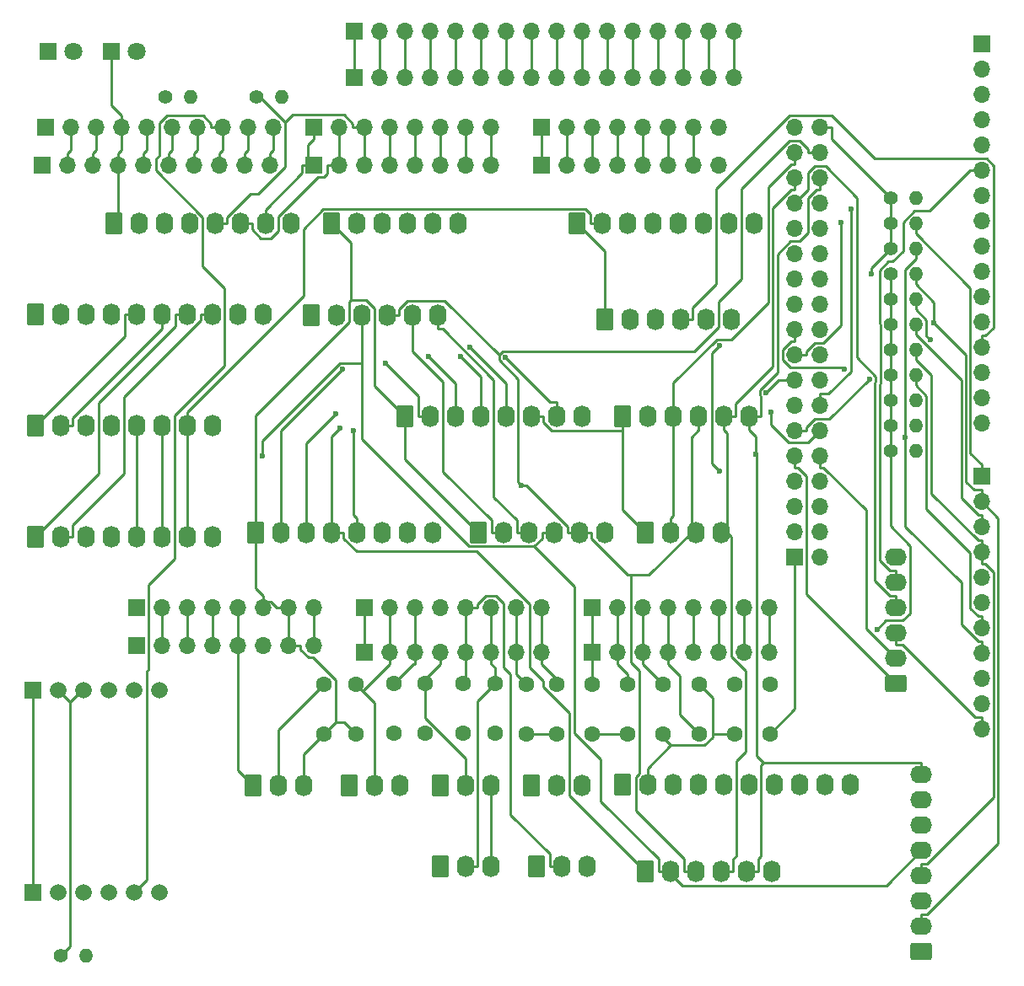
<source format=gbr>
%TF.GenerationSoftware,KiCad,Pcbnew,(6.0.7-1)-1*%
%TF.CreationDate,2023-10-30T19:47:35+10:00*%
%TF.ProjectId,Left Console Input,4c656674-2043-46f6-9e73-6f6c6520496e,rev?*%
%TF.SameCoordinates,Original*%
%TF.FileFunction,Copper,L2,Bot*%
%TF.FilePolarity,Positive*%
%FSLAX46Y46*%
G04 Gerber Fmt 4.6, Leading zero omitted, Abs format (unit mm)*
G04 Created by KiCad (PCBNEW (6.0.7-1)-1) date 2023-10-30 19:47:35*
%MOMM*%
%LPD*%
G01*
G04 APERTURE LIST*
G04 Aperture macros list*
%AMRoundRect*
0 Rectangle with rounded corners*
0 $1 Rounding radius*
0 $2 $3 $4 $5 $6 $7 $8 $9 X,Y pos of 4 corners*
0 Add a 4 corners polygon primitive as box body*
4,1,4,$2,$3,$4,$5,$6,$7,$8,$9,$2,$3,0*
0 Add four circle primitives for the rounded corners*
1,1,$1+$1,$2,$3*
1,1,$1+$1,$4,$5*
1,1,$1+$1,$6,$7*
1,1,$1+$1,$8,$9*
0 Add four rect primitives between the rounded corners*
20,1,$1+$1,$2,$3,$4,$5,0*
20,1,$1+$1,$4,$5,$6,$7,0*
20,1,$1+$1,$6,$7,$8,$9,0*
20,1,$1+$1,$8,$9,$2,$3,0*%
G04 Aperture macros list end*
%TA.AperFunction,ComponentPad*%
%ADD10RoundRect,0.250000X-0.620000X-0.845000X0.620000X-0.845000X0.620000X0.845000X-0.620000X0.845000X0*%
%TD*%
%TA.AperFunction,ComponentPad*%
%ADD11O,1.740000X2.190000*%
%TD*%
%TA.AperFunction,ComponentPad*%
%ADD12RoundRect,0.250000X0.845000X-0.620000X0.845000X0.620000X-0.845000X0.620000X-0.845000X-0.620000X0*%
%TD*%
%TA.AperFunction,ComponentPad*%
%ADD13O,2.190000X1.740000*%
%TD*%
%TA.AperFunction,ComponentPad*%
%ADD14C,1.600000*%
%TD*%
%TA.AperFunction,ComponentPad*%
%ADD15R,1.700000X1.700000*%
%TD*%
%TA.AperFunction,ComponentPad*%
%ADD16O,1.700000X1.700000*%
%TD*%
%TA.AperFunction,ComponentPad*%
%ADD17C,1.400000*%
%TD*%
%TA.AperFunction,ComponentPad*%
%ADD18O,1.400000X1.400000*%
%TD*%
%TA.AperFunction,ComponentPad*%
%ADD19R,1.800000X1.800000*%
%TD*%
%TA.AperFunction,ComponentPad*%
%ADD20C,1.800000*%
%TD*%
%TA.AperFunction,ComponentPad*%
%ADD21R,1.665000X1.665000*%
%TD*%
%TA.AperFunction,ComponentPad*%
%ADD22C,1.665000*%
%TD*%
%TA.AperFunction,ViaPad*%
%ADD23C,0.600000*%
%TD*%
%TA.AperFunction,Conductor*%
%ADD24C,0.250000*%
%TD*%
G04 APERTURE END LIST*
D10*
%TO.P,J5,1,Pin_1*%
%TO.N,+5V*%
X158420000Y-123388000D03*
D11*
%TO.P,J5,2,Pin_2*%
%TO.N,/A5*%
X160960000Y-123388000D03*
%TO.P,J5,3,Pin_3*%
%TO.N,GND*%
X163500000Y-123388000D03*
%TD*%
D10*
%TO.P,J4,1,Pin_1*%
%TO.N,+5V*%
X168072000Y-123388000D03*
D11*
%TO.P,J4,2,Pin_2*%
%TO.N,/A4*%
X170612000Y-123388000D03*
%TO.P,J4,3,Pin_3*%
%TO.N,GND*%
X173152000Y-123388000D03*
%TD*%
D10*
%TO.P,J22,1,Pin_1*%
%TO.N,GND*%
X125654000Y-58852000D03*
D11*
%TO.P,J22,2,Pin_2*%
%TO.N,/\u002A2*%
X128194000Y-58852000D03*
%TO.P,J22,3,Pin_3*%
%TO.N,/\u002A3*%
X130734000Y-58852000D03*
%TO.P,J22,4,Pin_4*%
%TO.N,/\u002A4*%
X133274000Y-58852000D03*
%TO.P,J22,5,Pin_5*%
%TO.N,/\u002A5*%
X135814000Y-58852000D03*
%TO.P,J22,6,Pin_6*%
%TO.N,/\u002A6*%
X138354000Y-58852000D03*
%TO.P,J22,7,Pin_7*%
%TO.N,/\u002A7*%
X140894000Y-58852000D03*
%TO.P,J22,8,Pin_8*%
%TO.N,unconnected-(J22-Pad8)*%
X143434000Y-58852000D03*
%TD*%
D10*
%TO.P,J21,1,Pin_1*%
%TO.N,/UHF_ENC_5_A*%
X117780000Y-90348000D03*
D11*
%TO.P,J21,2,Pin_2*%
%TO.N,/\u002A45*%
X120320000Y-90348000D03*
%TO.P,J21,3,Pin_3*%
%TO.N,/HEADING_A*%
X122860000Y-90348000D03*
%TO.P,J21,4,Pin_4*%
%TO.N,/HEADING_B*%
X125400000Y-90348000D03*
%TO.P,J21,5,Pin_5*%
%TO.N,/24*%
X127940000Y-90348000D03*
%TO.P,J21,6,Pin_6*%
%TO.N,/COURSE_B*%
X130480000Y-90348000D03*
%TO.P,J21,7,Pin_7*%
%TO.N,/26*%
X133020000Y-90348000D03*
%TO.P,J21,8,Pin_8*%
%TO.N,unconnected-(J21-Pad8)*%
X135560000Y-90348000D03*
%TD*%
D12*
%TO.P,J19,1,Pin_1*%
%TO.N,/38*%
X206680000Y-132004000D03*
D13*
%TO.P,J19,2,Pin_2*%
%TO.N,/39*%
X206680000Y-129464000D03*
%TO.P,J19,3,Pin_3*%
%TO.N,/40*%
X206680000Y-126924000D03*
%TO.P,J19,4,Pin_4*%
%TO.N,/41*%
X206680000Y-124384000D03*
%TO.P,J19,5,Pin_5*%
%TO.N,/HEADING_A*%
X206680000Y-121844000D03*
%TO.P,J19,6,Pin_6*%
%TO.N,/HEADING_B*%
X206680000Y-119304000D03*
%TO.P,J19,7,Pin_7*%
%TO.N,/24*%
X206680000Y-116764000D03*
%TO.P,J19,8,Pin_8*%
%TO.N,/COURSE_B*%
X206680000Y-114224000D03*
%TD*%
D10*
%TO.P,J18,1,Pin_1*%
%TO.N,/\u002A46*%
X176708000Y-78176000D03*
D11*
%TO.P,J18,2,Pin_2*%
%TO.N,/47*%
X179248000Y-78176000D03*
%TO.P,J18,3,Pin_3*%
%TO.N,/HEADING_A*%
X181788000Y-78176000D03*
%TO.P,J18,4,Pin_4*%
%TO.N,/HEADING_B*%
X184328000Y-78176000D03*
%TO.P,J18,5,Pin_5*%
%TO.N,/24*%
X186868000Y-78176000D03*
%TO.P,J18,6,Pin_6*%
%TO.N,/COURSE_B*%
X189408000Y-78176000D03*
%TD*%
D10*
%TO.P,J17,1,Pin_1*%
%TO.N,GND*%
X154864000Y-78176000D03*
D11*
%TO.P,J17,2,Pin_2*%
%TO.N,/42*%
X157404000Y-78176000D03*
%TO.P,J17,3,Pin_3*%
%TO.N,/43*%
X159944000Y-78176000D03*
%TO.P,J17,4,Pin_4*%
%TO.N,/UHF_ENC_5_A*%
X162484000Y-78176000D03*
%TO.P,J17,5,Pin_5*%
%TO.N,/\u002A45*%
X165024000Y-78176000D03*
%TO.P,J17,6,Pin_6*%
%TO.N,/\u002A46*%
X167564000Y-78176000D03*
%TO.P,J17,7,Pin_7*%
%TO.N,/47*%
X170104000Y-78176000D03*
%TO.P,J17,8,Pin_8*%
%TO.N,unconnected-(J17-Pad8)*%
X172644000Y-78176000D03*
%TD*%
D10*
%TO.P,J16,1,Pin_1*%
%TO.N,GND*%
X139878000Y-89860000D03*
D11*
%TO.P,J16,2,Pin_2*%
%TO.N,/UHF_ENC_1_A*%
X142418000Y-89860000D03*
%TO.P,J16,3,Pin_3*%
%TO.N,/37*%
X144958000Y-89860000D03*
%TO.P,J16,4,Pin_4*%
%TO.N,/38*%
X147498000Y-89860000D03*
%TO.P,J16,5,Pin_5*%
%TO.N,/39*%
X150038000Y-89860000D03*
%TO.P,J16,6,Pin_6*%
%TO.N,/40*%
X152578000Y-89860000D03*
%TO.P,J16,7,Pin_7*%
%TO.N,/41*%
X155118000Y-89860000D03*
%TO.P,J16,8,Pin_8*%
%TO.N,unconnected-(J16-Pad8)*%
X157658000Y-89860000D03*
%TD*%
D10*
%TO.P,J15,1,Pin_1*%
%TO.N,+5V*%
X176708000Y-115240000D03*
D11*
%TO.P,J15,2,Pin_2*%
%TO.N,GND*%
X179248000Y-115240000D03*
%TO.P,J15,3,Pin_3*%
%TO.N,/A6*%
X181788000Y-115240000D03*
%TO.P,J15,4,Pin_4*%
%TO.N,/A7*%
X184328000Y-115240000D03*
%TO.P,J15,5,Pin_5*%
%TO.N,/A8*%
X186868000Y-115240000D03*
%TO.P,J15,6,Pin_6*%
%TO.N,/A9*%
X189408000Y-115240000D03*
%TO.P,J15,7,Pin_7*%
%TO.N,/A10*%
X191948000Y-115240000D03*
%TO.P,J15,8,Pin_8*%
%TO.N,/A11*%
X194488000Y-115240000D03*
%TO.P,J15,9,Pin_9*%
%TO.N,/A12*%
X197028000Y-115240000D03*
%TO.P,J15,10,Pin_10*%
%TO.N,/A13*%
X199568000Y-115240000D03*
%TD*%
D10*
%TO.P,J13,1,Pin_1*%
%TO.N,GND*%
X172136000Y-58852000D03*
D11*
%TO.P,J13,2,Pin_2*%
%TO.N,/26*%
X174676000Y-58852000D03*
%TO.P,J13,3,Pin_3*%
%TO.N,/27*%
X177216000Y-58852000D03*
%TO.P,J13,4,Pin_4*%
%TO.N,/28*%
X179756000Y-58852000D03*
%TO.P,J13,5,Pin_5*%
%TO.N,/29*%
X182296000Y-58852000D03*
%TO.P,J13,6,Pin_6*%
%TO.N,/30*%
X184836000Y-58852000D03*
%TO.P,J13,7,Pin_7*%
%TO.N,/31*%
X187376000Y-58852000D03*
%TO.P,J13,8,Pin_8*%
%TO.N,unconnected-(J13-Pad8)*%
X189916000Y-58852000D03*
%TD*%
D10*
%TO.P,J12,1,Pin_1*%
%TO.N,+5V*%
X158420000Y-115260000D03*
D11*
%TO.P,J12,2,Pin_2*%
%TO.N,/A8*%
X160960000Y-115260000D03*
%TO.P,J12,3,Pin_3*%
%TO.N,GND*%
X163500000Y-115260000D03*
%TD*%
D10*
%TO.P,J11,1,Pin_1*%
%TO.N,/47*%
X145466000Y-68016000D03*
D11*
%TO.P,J11,2,Pin_2*%
%TO.N,/48*%
X148006000Y-68016000D03*
%TO.P,J11,3,Pin_3*%
%TO.N,/HEADING_A*%
X150546000Y-68016000D03*
%TO.P,J11,4,Pin_4*%
%TO.N,/HEADING_B*%
X153086000Y-68016000D03*
%TO.P,J11,5,Pin_5*%
%TO.N,/24*%
X155626000Y-68016000D03*
%TO.P,J11,6,Pin_6*%
%TO.N,/COURSE_B*%
X158166000Y-68016000D03*
%TD*%
D10*
%TO.P,J10,1,Pin_1*%
%TO.N,+5V*%
X167564000Y-115260000D03*
D11*
%TO.P,J10,2,Pin_2*%
%TO.N,/A2*%
X170104000Y-115260000D03*
%TO.P,J10,3,Pin_3*%
%TO.N,GND*%
X172644000Y-115260000D03*
%TD*%
%TO.P,J9,4,Pin_4*%
%TO.N,/24*%
X186614000Y-89860000D03*
%TO.P,J9,3,Pin_3*%
%TO.N,/HEADING_B*%
X184074000Y-89860000D03*
%TO.P,J9,2,Pin_2*%
%TO.N,/HEADING_A*%
X181534000Y-89860000D03*
D10*
%TO.P,J9,1,Pin_1*%
%TO.N,/\u002A46*%
X178994000Y-89860000D03*
%TD*%
%TO.P,J7,1,Pin_1*%
%TO.N,+5V*%
X149276000Y-115260000D03*
D11*
%TO.P,J7,2,Pin_2*%
%TO.N,/A1*%
X151816000Y-115260000D03*
%TO.P,J7,3,Pin_3*%
%TO.N,GND*%
X154356000Y-115260000D03*
%TD*%
D10*
%TO.P,J6,1,Pin_1*%
%TO.N,+5V*%
X139624000Y-115260000D03*
D11*
%TO.P,J6,2,Pin_2*%
%TO.N,/A0*%
X142164000Y-115260000D03*
%TO.P,J6,3,Pin_3*%
%TO.N,GND*%
X144704000Y-115260000D03*
%TD*%
D10*
%TO.P,J3,1,Pin_1*%
%TO.N,/38*%
X117780000Y-67996000D03*
D11*
%TO.P,J3,2,Pin_2*%
%TO.N,/39*%
X120320000Y-67996000D03*
%TO.P,J3,3,Pin_3*%
%TO.N,/40*%
X122860000Y-67996000D03*
%TO.P,J3,4,Pin_4*%
%TO.N,/41*%
X125400000Y-67996000D03*
%TO.P,J3,5,Pin_5*%
%TO.N,/42*%
X127940000Y-67996000D03*
%TO.P,J3,6,Pin_6*%
%TO.N,/43*%
X130480000Y-67996000D03*
%TO.P,J3,7,Pin_7*%
%TO.N,/UHF_ENC_5_A*%
X133020000Y-67996000D03*
%TO.P,J3,8,Pin_8*%
%TO.N,/\u002A45*%
X135560000Y-67996000D03*
%TO.P,J3,9,Pin_9*%
%TO.N,/27*%
X138100000Y-67996000D03*
%TO.P,J3,10,Pin_10*%
%TO.N,/28*%
X140640000Y-67996000D03*
%TD*%
D12*
%TO.P,J2,1,Pin_1*%
%TO.N,/\u002A46*%
X204140000Y-105080000D03*
D13*
%TO.P,J2,2,Pin_2*%
%TO.N,/47*%
X204140000Y-102540000D03*
%TO.P,J2,3,Pin_3*%
%TO.N,/48*%
X204140000Y-100000000D03*
%TO.P,J2,4,Pin_4*%
%TO.N,/26*%
X204140000Y-97460000D03*
%TO.P,J2,5,Pin_5*%
%TO.N,/27*%
X204140000Y-94920000D03*
%TO.P,J2,6,Pin_6*%
%TO.N,unconnected-(J2-Pad6)*%
X204140000Y-92380000D03*
%TD*%
D10*
%TO.P,J1,1,Pin_1*%
%TO.N,/42*%
X117780000Y-79172000D03*
D11*
%TO.P,J1,2,Pin_2*%
%TO.N,/43*%
X120320000Y-79172000D03*
%TO.P,J1,3,Pin_3*%
%TO.N,/HEADING_A*%
X122860000Y-79172000D03*
%TO.P,J1,4,Pin_4*%
%TO.N,/HEADING_B*%
X125400000Y-79172000D03*
%TO.P,J1,5,Pin_5*%
%TO.N,/24*%
X127940000Y-79172000D03*
%TO.P,J1,6,Pin_6*%
%TO.N,/COURSE_B*%
X130480000Y-79172000D03*
%TO.P,J1,7,Pin_7*%
%TO.N,/26*%
X133020000Y-79172000D03*
%TO.P,J1,8,Pin_8*%
%TO.N,unconnected-(J1-Pad8)*%
X135560000Y-79172000D03*
%TD*%
D10*
%TO.P,J23,1,Pin_1*%
%TO.N,GND*%
X147498000Y-58852000D03*
D11*
%TO.P,J23,2,Pin_2*%
%TO.N,/TX3{slash}14*%
X150038000Y-58852000D03*
%TO.P,J23,3,Pin_3*%
%TO.N,/RX3{slash}15*%
X152578000Y-58852000D03*
%TO.P,J23,4,Pin_4*%
%TO.N,/TX2{slash}16*%
X155118000Y-58852000D03*
%TO.P,J23,5,Pin_5*%
%TO.N,/RX2{slash}17*%
X157658000Y-58852000D03*
%TO.P,J23,6,Pin_6*%
%TO.N,unconnected-(J23-Pad6)*%
X160198000Y-58852000D03*
%TD*%
D10*
%TO.P,J20,1,Pin_1*%
%TO.N,/38*%
X178994000Y-123896000D03*
D11*
%TO.P,J20,2,Pin_2*%
%TO.N,/HEADING_A*%
X181534000Y-123896000D03*
%TO.P,J20,3,Pin_3*%
%TO.N,/HEADING_B*%
X184074000Y-123896000D03*
%TO.P,J20,4,Pin_4*%
%TO.N,/24*%
X186614000Y-123896000D03*
%TO.P,J20,5,Pin_5*%
%TO.N,/COURSE_B*%
X189154000Y-123896000D03*
%TO.P,J20,6,Pin_6*%
%TO.N,unconnected-(J20-Pad6)*%
X191694000Y-123896000D03*
%TD*%
D10*
%TO.P,J14,1,Pin_1*%
%TO.N,GND*%
X174930000Y-68504000D03*
D11*
%TO.P,J14,2,Pin_2*%
%TO.N,/32*%
X177470000Y-68504000D03*
%TO.P,J14,3,Pin_3*%
%TO.N,/33*%
X180010000Y-68504000D03*
%TO.P,J14,4,Pin_4*%
%TO.N,/34*%
X182550000Y-68504000D03*
%TO.P,J14,5,Pin_5*%
%TO.N,/35*%
X185090000Y-68504000D03*
%TO.P,J14,6,Pin_6*%
%TO.N,unconnected-(J14-Pad6)*%
X187630000Y-68504000D03*
%TD*%
D10*
%TO.P,J8,1,Pin_1*%
%TO.N,GND*%
X162230000Y-89860000D03*
D11*
%TO.P,J8,2,Pin_2*%
%TO.N,/24*%
X164770000Y-89860000D03*
%TO.P,J8,3,Pin_3*%
%TO.N,/COURSE_B*%
X167310000Y-89860000D03*
%TO.P,J8,4,Pin_4*%
%TO.N,/HEADING_A*%
X169850000Y-89860000D03*
%TO.P,J8,5,Pin_5*%
%TO.N,/HEADING_B*%
X172390000Y-89860000D03*
%TO.P,J8,6,Pin_6*%
%TO.N,unconnected-(J8-Pad6)*%
X174930000Y-89860000D03*
%TD*%
D14*
%TO.P,C13,1*%
%TO.N,/A8*%
X173660000Y-105120000D03*
%TO.P,C13,2*%
%TO.N,GND*%
X173660000Y-110120000D03*
%TD*%
%TO.P,C11,1*%
%TO.N,/A9*%
X177216000Y-105120000D03*
%TO.P,C11,2*%
%TO.N,GND*%
X177216000Y-110120000D03*
%TD*%
%TO.P,C9,1*%
%TO.N,/A10*%
X180772000Y-105120000D03*
%TO.P,C9,2*%
%TO.N,GND*%
X180772000Y-110120000D03*
%TD*%
%TO.P,C7,1*%
%TO.N,/A11*%
X184368000Y-110120000D03*
%TO.P,C7,2*%
%TO.N,GND*%
X184368000Y-105120000D03*
%TD*%
%TO.P,C5,1*%
%TO.N,/A12*%
X187924000Y-105120000D03*
%TO.P,C5,2*%
%TO.N,GND*%
X187924000Y-110120000D03*
%TD*%
%TO.P,C3,1*%
%TO.N,/A13*%
X191480000Y-105120000D03*
%TO.P,C3,2*%
%TO.N,GND*%
X191480000Y-110120000D03*
%TD*%
%TO.P,C2,1*%
%TO.N,/A6*%
X167056000Y-105120000D03*
%TO.P,C2,2*%
%TO.N,GND*%
X167056000Y-110120000D03*
%TD*%
%TO.P,C1,1*%
%TO.N,/A7*%
X170104000Y-105120000D03*
%TO.P,C1,2*%
%TO.N,GND*%
X170104000Y-110120000D03*
%TD*%
D15*
%TO.P,J37,1,Pin_1*%
%TO.N,GND*%
X193980000Y-92380000D03*
D16*
%TO.P,J37,2,Pin_2*%
X196520000Y-92380000D03*
%TO.P,J37,3,Pin_3*%
%TO.N,SCLK*%
X193980000Y-89840000D03*
%TO.P,J37,4,Pin_4*%
%TO.N,ES1_RST*%
X196520000Y-89840000D03*
%TO.P,J37,5,Pin_5*%
%TO.N,MISO*%
X193980000Y-87300000D03*
%TO.P,J37,6,Pin_6*%
%TO.N,MOSI*%
X196520000Y-87300000D03*
%TO.P,J37,7,Pin_7*%
%TO.N,/48*%
X193980000Y-84760000D03*
%TO.P,J37,8,Pin_8*%
%TO.N,/49*%
X196520000Y-84760000D03*
%TO.P,J37,9,Pin_9*%
%TO.N,/\u002A46*%
X193980000Y-82220000D03*
%TO.P,J37,10,Pin_10*%
%TO.N,/47*%
X196520000Y-82220000D03*
%TO.P,J37,11,Pin_11*%
%TO.N,/UHF_ENC_5_A*%
X193980000Y-79680000D03*
%TO.P,J37,12,Pin_12*%
%TO.N,/\u002A45*%
X196520000Y-79680000D03*
%TO.P,J37,13,Pin_13*%
%TO.N,/42*%
X193980000Y-77140000D03*
%TO.P,J37,14,Pin_14*%
%TO.N,/43*%
X196520000Y-77140000D03*
%TO.P,J37,15,Pin_15*%
%TO.N,/40*%
X193980000Y-74600000D03*
%TO.P,J37,16,Pin_16*%
%TO.N,/41*%
X196520000Y-74600000D03*
%TO.P,J37,17,Pin_17*%
%TO.N,/38*%
X193980000Y-72060000D03*
%TO.P,J37,18,Pin_18*%
%TO.N,/39*%
X196520000Y-72060000D03*
%TO.P,J37,19,Pin_19*%
%TO.N,/UHF_ENC_1_A*%
X193980000Y-69520000D03*
%TO.P,J37,20,Pin_20*%
%TO.N,/37*%
X196520000Y-69520000D03*
%TO.P,J37,21,Pin_21*%
%TO.N,/34*%
X193980000Y-66980000D03*
%TO.P,J37,22,Pin_22*%
%TO.N,/35*%
X196520000Y-66980000D03*
%TO.P,J37,23,Pin_23*%
%TO.N,/32*%
X193980000Y-64440000D03*
%TO.P,J37,24,Pin_24*%
%TO.N,/33*%
X196520000Y-64440000D03*
%TO.P,J37,25,Pin_25*%
%TO.N,/30*%
X193980000Y-61900000D03*
%TO.P,J37,26,Pin_26*%
%TO.N,/31*%
X196520000Y-61900000D03*
%TO.P,J37,27,Pin_27*%
%TO.N,/28*%
X193980000Y-59360000D03*
%TO.P,J37,28,Pin_28*%
%TO.N,/29*%
X196520000Y-59360000D03*
%TO.P,J37,29,Pin_29*%
%TO.N,/26*%
X193980000Y-56820000D03*
%TO.P,J37,30,Pin_30*%
%TO.N,/27*%
X196520000Y-56820000D03*
%TO.P,J37,31,Pin_31*%
%TO.N,/24*%
X193980000Y-54280000D03*
%TO.P,J37,32,Pin_32*%
%TO.N,/COURSE_B*%
X196520000Y-54280000D03*
%TO.P,J37,33,Pin_33*%
%TO.N,/HEADING_A*%
X193980000Y-51740000D03*
%TO.P,J37,34,Pin_34*%
%TO.N,/HEADING_B*%
X196520000Y-51740000D03*
%TO.P,J37,35,Pin_35*%
%TO.N,+5V*%
X193980000Y-49200000D03*
%TO.P,J37,36,Pin_36*%
X196520000Y-49200000D03*
%TD*%
D15*
%TO.P,J34,1,Pin_1*%
%TO.N,unconnected-(J34-Pad1)*%
X127940000Y-97460000D03*
D16*
%TO.P,J34,2,Pin_2*%
%TO.N,/IOREF*%
X130480000Y-97460000D03*
%TO.P,J34,3,Pin_3*%
%TO.N,/~{RESET}*%
X133020000Y-97460000D03*
%TO.P,J34,4,Pin_4*%
%TO.N,+3V3*%
X135560000Y-97460000D03*
%TO.P,J34,5,Pin_5*%
%TO.N,+5V*%
X138100000Y-97460000D03*
%TO.P,J34,6,Pin_6*%
%TO.N,GND*%
X140640000Y-97460000D03*
%TO.P,J34,7,Pin_7*%
X143180000Y-97460000D03*
%TO.P,J34,8,Pin_8*%
%TO.N,VCC*%
X145720000Y-97460000D03*
%TD*%
D15*
%TO.P,J35,1,Pin_1*%
%TO.N,/A0*%
X150800000Y-97460000D03*
D16*
%TO.P,J35,2,Pin_2*%
%TO.N,/A1*%
X153340000Y-97460000D03*
%TO.P,J35,3,Pin_3*%
%TO.N,/A2*%
X155880000Y-97460000D03*
%TO.P,J35,4,Pin_4*%
%TO.N,/A8*%
X158420000Y-97460000D03*
%TO.P,J35,5,Pin_5*%
%TO.N,/A4*%
X160960000Y-97460000D03*
%TO.P,J35,6,Pin_6*%
%TO.N,/A5*%
X163500000Y-97460000D03*
%TO.P,J35,7,Pin_7*%
%TO.N,/A6*%
X166040000Y-97460000D03*
%TO.P,J35,8,Pin_8*%
%TO.N,/A7*%
X168580000Y-97460000D03*
%TD*%
D15*
%TO.P,J36,1,Pin_1*%
%TO.N,/A8*%
X173660000Y-97460000D03*
D16*
%TO.P,J36,2,Pin_2*%
%TO.N,/A9*%
X176200000Y-97460000D03*
%TO.P,J36,3,Pin_3*%
%TO.N,/A10*%
X178740000Y-97460000D03*
%TO.P,J36,4,Pin_4*%
%TO.N,/A11*%
X181280000Y-97460000D03*
%TO.P,J36,5,Pin_5*%
%TO.N,/A12*%
X183820000Y-97460000D03*
%TO.P,J36,6,Pin_6*%
%TO.N,/A13*%
X186360000Y-97460000D03*
%TO.P,J36,7,Pin_7*%
%TO.N,/A14*%
X188900000Y-97460000D03*
%TO.P,J36,8,Pin_8*%
%TO.N,/A15*%
X191440000Y-97460000D03*
%TD*%
D15*
%TO.P,J38,1,Pin_1*%
%TO.N,/SCL{slash}21*%
X118796000Y-49200000D03*
D16*
%TO.P,J38,2,Pin_2*%
%TO.N,/SDA{slash}20*%
X121336000Y-49200000D03*
%TO.P,J38,3,Pin_3*%
%TO.N,/AREF*%
X123876000Y-49200000D03*
%TO.P,J38,4,Pin_4*%
%TO.N,GND*%
X126416000Y-49200000D03*
%TO.P,J38,5,Pin_5*%
%TO.N,/\u002A13*%
X128956000Y-49200000D03*
%TO.P,J38,6,Pin_6*%
%TO.N,/\u002A12*%
X131496000Y-49200000D03*
%TO.P,J38,7,Pin_7*%
%TO.N,/\u002A11*%
X134036000Y-49200000D03*
%TO.P,J38,8,Pin_8*%
%TO.N,SS*%
X136576000Y-49200000D03*
%TO.P,J38,9,Pin_9*%
%TO.N,/\u002A9*%
X139116000Y-49200000D03*
%TO.P,J38,10,Pin_10*%
%TO.N,/\u002A8*%
X141656000Y-49200000D03*
%TD*%
D15*
%TO.P,J39,1,Pin_1*%
%TO.N,/\u002A7*%
X145720000Y-49200000D03*
D16*
%TO.P,J39,2,Pin_2*%
%TO.N,/\u002A6*%
X148260000Y-49200000D03*
%TO.P,J39,3,Pin_3*%
%TO.N,/\u002A5*%
X150800000Y-49200000D03*
%TO.P,J39,4,Pin_4*%
%TO.N,/\u002A4*%
X153340000Y-49200000D03*
%TO.P,J39,5,Pin_5*%
%TO.N,/\u002A3*%
X155880000Y-49200000D03*
%TO.P,J39,6,Pin_6*%
%TO.N,/\u002A2*%
X158420000Y-49200000D03*
%TO.P,J39,7,Pin_7*%
%TO.N,/TX0{slash}1*%
X160960000Y-49200000D03*
%TO.P,J39,8,Pin_8*%
%TO.N,/RX0{slash}0*%
X163500000Y-49200000D03*
%TD*%
D15*
%TO.P,J40,1,Pin_1*%
%TO.N,/TX3{slash}14*%
X168580000Y-49200000D03*
D16*
%TO.P,J40,2,Pin_2*%
%TO.N,/RX3{slash}15*%
X171120000Y-49200000D03*
%TO.P,J40,3,Pin_3*%
%TO.N,/TX2{slash}16*%
X173660000Y-49200000D03*
%TO.P,J40,4,Pin_4*%
%TO.N,/RX2{slash}17*%
X176200000Y-49200000D03*
%TO.P,J40,5,Pin_5*%
%TO.N,/TX1{slash}18*%
X178740000Y-49200000D03*
%TO.P,J40,6,Pin_6*%
%TO.N,/RX1{slash}19*%
X181280000Y-49200000D03*
%TO.P,J40,7,Pin_7*%
%TO.N,/SDA{slash}20*%
X183820000Y-49200000D03*
%TO.P,J40,8,Pin_8*%
%TO.N,/SCL{slash}21*%
X186360000Y-49200000D03*
%TD*%
D17*
%TO.P,R5,1*%
%TO.N,+5V*%
X203632000Y-69012000D03*
D18*
%TO.P,R5,2*%
%TO.N,/40*%
X206172000Y-69012000D03*
%TD*%
D17*
%TO.P,R2,1*%
%TO.N,/\u002A6*%
X130784000Y-46152000D03*
D18*
%TO.P,R2,2*%
%TO.N,Net-(D2-Pad2)*%
X133324000Y-46152000D03*
%TD*%
D14*
%TO.P,C14,1*%
%TO.N,/A0*%
X146736000Y-105120000D03*
%TO.P,C14,2*%
%TO.N,GND*%
X146736000Y-110120000D03*
%TD*%
D17*
%TO.P,R7,1*%
%TO.N,+5V*%
X203632000Y-66472000D03*
D18*
%TO.P,R7,2*%
%TO.N,/42*%
X206172000Y-66472000D03*
%TD*%
D17*
%TO.P,R14,1*%
%TO.N,+3V3*%
X120325000Y-132385000D03*
D18*
%TO.P,R14,2*%
%TO.N,Net-(R14-Pad2)*%
X122865000Y-132385000D03*
%TD*%
D15*
%TO.P,J32,1,Pin_1*%
%TO.N,Net-(J31-Pad1)*%
X149784000Y-44198000D03*
D16*
%TO.P,J32,2,Pin_2*%
%TO.N,Net-(J31-Pad2)*%
X152324000Y-44198000D03*
%TO.P,J32,3,Pin_3*%
%TO.N,Net-(J31-Pad3)*%
X154864000Y-44198000D03*
%TO.P,J32,4,Pin_4*%
%TO.N,Net-(J31-Pad4)*%
X157404000Y-44198000D03*
%TO.P,J32,5,Pin_5*%
%TO.N,Net-(J31-Pad5)*%
X159944000Y-44198000D03*
%TO.P,J32,6,Pin_6*%
%TO.N,Net-(J31-Pad6)*%
X162484000Y-44198000D03*
%TO.P,J32,7,Pin_7*%
%TO.N,Net-(J31-Pad7)*%
X165024000Y-44198000D03*
%TO.P,J32,8,Pin_8*%
%TO.N,Net-(J31-Pad8)*%
X167564000Y-44198000D03*
%TO.P,J32,9,Pin_9*%
%TO.N,Net-(J31-Pad9)*%
X170104000Y-44198000D03*
%TO.P,J32,10,Pin_10*%
%TO.N,Net-(J31-Pad10)*%
X172644000Y-44198000D03*
%TO.P,J32,11,Pin_11*%
%TO.N,Net-(J31-Pad11)*%
X175184000Y-44198000D03*
%TO.P,J32,12,Pin_12*%
%TO.N,Net-(J31-Pad12)*%
X177724000Y-44198000D03*
%TO.P,J32,13,Pin_13*%
%TO.N,Net-(J31-Pad13)*%
X180264000Y-44198000D03*
%TO.P,J32,14,Pin_14*%
%TO.N,Net-(J31-Pad14)*%
X182804000Y-44198000D03*
%TO.P,J32,15,Pin_15*%
%TO.N,Net-(J31-Pad15)*%
X185344000Y-44198000D03*
%TO.P,J32,16,Pin_16*%
%TO.N,Net-(J31-Pad16)*%
X187884000Y-44198000D03*
%TD*%
D15*
%TO.P,J30,1,Pin_1*%
%TO.N,/A8*%
X173660000Y-101905000D03*
D16*
%TO.P,J30,2,Pin_2*%
%TO.N,/A9*%
X176200000Y-101905000D03*
%TO.P,J30,3,Pin_3*%
%TO.N,/A10*%
X178740000Y-101905000D03*
%TO.P,J30,4,Pin_4*%
%TO.N,/A11*%
X181280000Y-101905000D03*
%TO.P,J30,5,Pin_5*%
%TO.N,/A12*%
X183820000Y-101905000D03*
%TO.P,J30,6,Pin_6*%
%TO.N,/A13*%
X186360000Y-101905000D03*
%TO.P,J30,7,Pin_7*%
%TO.N,/A14*%
X188900000Y-101905000D03*
%TO.P,J30,8,Pin_8*%
%TO.N,/A15*%
X191440000Y-101905000D03*
%TD*%
D15*
%TO.P,J24,1,Pin_1*%
%TO.N,/HEADING_A*%
X212776000Y-40818000D03*
D16*
%TO.P,J24,2,Pin_2*%
%TO.N,/HEADING_B*%
X212776000Y-43358000D03*
%TO.P,J24,3,Pin_3*%
%TO.N,/24*%
X212776000Y-45898000D03*
%TO.P,J24,4,Pin_4*%
%TO.N,/COURSE_B*%
X212776000Y-48438000D03*
%TO.P,J24,5,Pin_5*%
%TO.N,/26*%
X212776000Y-50978000D03*
%TO.P,J24,6,Pin_6*%
%TO.N,/27*%
X212776000Y-53518000D03*
%TO.P,J24,7,Pin_7*%
%TO.N,/28*%
X212776000Y-56058000D03*
%TO.P,J24,8,Pin_8*%
%TO.N,/29*%
X212776000Y-58598000D03*
%TO.P,J24,9,Pin_9*%
%TO.N,/30*%
X212776000Y-61138000D03*
%TO.P,J24,10,Pin_10*%
%TO.N,/31*%
X212776000Y-63678000D03*
%TO.P,J24,11,Pin_11*%
%TO.N,/32*%
X212776000Y-66218000D03*
%TO.P,J24,12,Pin_12*%
%TO.N,/33*%
X212776000Y-68758000D03*
%TO.P,J24,13,Pin_13*%
%TO.N,/34*%
X212776000Y-71298000D03*
%TO.P,J24,14,Pin_14*%
%TO.N,/35*%
X212776000Y-73838000D03*
%TO.P,J24,15,Pin_15*%
%TO.N,/UHF_ENC_1_A*%
X212776000Y-76378000D03*
%TO.P,J24,16,Pin_16*%
%TO.N,/37*%
X212776000Y-78918000D03*
%TD*%
D14*
%TO.P,C6,1*%
%TO.N,/A4*%
X160706000Y-105080000D03*
%TO.P,C6,2*%
%TO.N,GND*%
X160706000Y-110080000D03*
%TD*%
%TO.P,C8,1*%
%TO.N,/A8*%
X156896000Y-105080000D03*
%TO.P,C8,2*%
%TO.N,GND*%
X156896000Y-110080000D03*
%TD*%
D17*
%TO.P,R10,1*%
%TO.N,+5V*%
X203582000Y-61392000D03*
D18*
%TO.P,R10,2*%
%TO.N,/\u002A45*%
X206122000Y-61392000D03*
%TD*%
D15*
%TO.P,J33,1,Pin_1*%
%TO.N,unconnected-(J33-Pad1)*%
X127940000Y-101270000D03*
D16*
%TO.P,J33,2,Pin_2*%
%TO.N,/IOREF*%
X130480000Y-101270000D03*
%TO.P,J33,3,Pin_3*%
%TO.N,/~{RESET}*%
X133020000Y-101270000D03*
%TO.P,J33,4,Pin_4*%
%TO.N,+3V3*%
X135560000Y-101270000D03*
%TO.P,J33,5,Pin_5*%
%TO.N,+5V*%
X138100000Y-101270000D03*
%TO.P,J33,6,Pin_6*%
%TO.N,GND*%
X140640000Y-101270000D03*
%TO.P,J33,7,Pin_7*%
X143180000Y-101270000D03*
%TO.P,J33,8,Pin_8*%
%TO.N,VCC*%
X145720000Y-101270000D03*
%TD*%
D17*
%TO.P,R8,1*%
%TO.N,+5V*%
X203632000Y-56312000D03*
D18*
%TO.P,R8,2*%
%TO.N,/43*%
X206172000Y-56312000D03*
%TD*%
D17*
%TO.P,R11,1*%
%TO.N,+5V*%
X203582000Y-81712000D03*
D18*
%TO.P,R11,2*%
%TO.N,/\u002A46*%
X206122000Y-81712000D03*
%TD*%
D14*
%TO.P,C12,1*%
%TO.N,/A1*%
X149911000Y-105120000D03*
%TO.P,C12,2*%
%TO.N,GND*%
X149911000Y-110120000D03*
%TD*%
D17*
%TO.P,R3,1*%
%TO.N,+5V*%
X203632000Y-58852000D03*
D18*
%TO.P,R3,2*%
%TO.N,/38*%
X206172000Y-58852000D03*
%TD*%
D15*
%TO.P,J28,1,Pin_1*%
%TO.N,/TX3{slash}14*%
X168580000Y-53010000D03*
D16*
%TO.P,J28,2,Pin_2*%
%TO.N,/RX3{slash}15*%
X171120000Y-53010000D03*
%TO.P,J28,3,Pin_3*%
%TO.N,/TX2{slash}16*%
X173660000Y-53010000D03*
%TO.P,J28,4,Pin_4*%
%TO.N,/RX2{slash}17*%
X176200000Y-53010000D03*
%TO.P,J28,5,Pin_5*%
%TO.N,/TX1{slash}18*%
X178740000Y-53010000D03*
%TO.P,J28,6,Pin_6*%
%TO.N,/RX1{slash}19*%
X181280000Y-53010000D03*
%TO.P,J28,7,Pin_7*%
%TO.N,/SDA{slash}20*%
X183820000Y-53010000D03*
%TO.P,J28,8,Pin_8*%
%TO.N,/SCL{slash}21*%
X186360000Y-53010000D03*
%TD*%
D14*
%TO.P,C4,1*%
%TO.N,/A5*%
X163881000Y-105080000D03*
%TO.P,C4,2*%
%TO.N,GND*%
X163881000Y-110080000D03*
%TD*%
D17*
%TO.P,R4,1*%
%TO.N,+5V*%
X203582000Y-63932000D03*
D18*
%TO.P,R4,2*%
%TO.N,/39*%
X206122000Y-63932000D03*
%TD*%
D15*
%TO.P,J27,1,Pin_1*%
%TO.N,/\u002A7*%
X145720000Y-53010000D03*
D16*
%TO.P,J27,2,Pin_2*%
%TO.N,/\u002A6*%
X148260000Y-53010000D03*
%TO.P,J27,3,Pin_3*%
%TO.N,/\u002A5*%
X150800000Y-53010000D03*
%TO.P,J27,4,Pin_4*%
%TO.N,/\u002A4*%
X153340000Y-53010000D03*
%TO.P,J27,5,Pin_5*%
%TO.N,/\u002A3*%
X155880000Y-53010000D03*
%TO.P,J27,6,Pin_6*%
%TO.N,/\u002A2*%
X158420000Y-53010000D03*
%TO.P,J27,7,Pin_7*%
%TO.N,/TX0{slash}1*%
X160960000Y-53010000D03*
%TO.P,J27,8,Pin_8*%
%TO.N,/RX0{slash}0*%
X163500000Y-53010000D03*
%TD*%
D15*
%TO.P,J29,1,Pin_1*%
%TO.N,/A0*%
X150800000Y-101905000D03*
D16*
%TO.P,J29,2,Pin_2*%
%TO.N,/A1*%
X153340000Y-101905000D03*
%TO.P,J29,3,Pin_3*%
%TO.N,/A2*%
X155880000Y-101905000D03*
%TO.P,J29,4,Pin_4*%
%TO.N,/A8*%
X158420000Y-101905000D03*
%TO.P,J29,5,Pin_5*%
%TO.N,/A4*%
X160960000Y-101905000D03*
%TO.P,J29,6,Pin_6*%
%TO.N,/A5*%
X163500000Y-101905000D03*
%TO.P,J29,7,Pin_7*%
%TO.N,/A6*%
X166040000Y-101905000D03*
%TO.P,J29,8,Pin_8*%
%TO.N,/A7*%
X168580000Y-101905000D03*
%TD*%
D17*
%TO.P,R9,1*%
%TO.N,+5V*%
X203632000Y-74092000D03*
D18*
%TO.P,R9,2*%
%TO.N,/UHF_ENC_5_A*%
X206172000Y-74092000D03*
%TD*%
D17*
%TO.P,R6,1*%
%TO.N,+5V*%
X203632000Y-71552000D03*
D18*
%TO.P,R6,2*%
%TO.N,/41*%
X206172000Y-71552000D03*
%TD*%
D19*
%TO.P,D1,1,K*%
%TO.N,GND*%
X125395000Y-41580000D03*
D20*
%TO.P,D1,2,A*%
%TO.N,Net-(D1-Pad2)*%
X127935000Y-41580000D03*
%TD*%
D17*
%TO.P,R12,1*%
%TO.N,+5V*%
X203632000Y-79172000D03*
D18*
%TO.P,R12,2*%
%TO.N,/47*%
X206172000Y-79172000D03*
%TD*%
D17*
%TO.P,R1,1*%
%TO.N,/\u002A5*%
X139928000Y-46152000D03*
D18*
%TO.P,R1,2*%
%TO.N,Net-(D1-Pad2)*%
X142468000Y-46152000D03*
%TD*%
D15*
%TO.P,J25,1,Pin_1*%
%TO.N,/38*%
X212776000Y-84252000D03*
D16*
%TO.P,J25,2,Pin_2*%
%TO.N,/39*%
X212776000Y-86792000D03*
%TO.P,J25,3,Pin_3*%
%TO.N,/40*%
X212776000Y-89332000D03*
%TO.P,J25,4,Pin_4*%
%TO.N,/41*%
X212776000Y-91872000D03*
%TO.P,J25,5,Pin_5*%
%TO.N,/42*%
X212776000Y-94412000D03*
%TO.P,J25,6,Pin_6*%
%TO.N,/43*%
X212776000Y-96952000D03*
%TO.P,J25,7,Pin_7*%
%TO.N,/UHF_ENC_5_A*%
X212776000Y-99492000D03*
%TO.P,J25,8,Pin_8*%
%TO.N,/\u002A45*%
X212776000Y-102032000D03*
%TO.P,J25,9,Pin_9*%
%TO.N,/\u002A46*%
X212776000Y-104572000D03*
%TO.P,J25,10,Pin_10*%
%TO.N,/47*%
X212776000Y-107112000D03*
%TO.P,J25,11,Pin_11*%
%TO.N,/48*%
X212776000Y-109652000D03*
%TD*%
D21*
%TO.P,U1,A1,GND_1*%
%TO.N,GND*%
X117495000Y-126035000D03*
D22*
%TO.P,U1,A2,GND_2*%
X120035000Y-126035000D03*
%TO.P,U1,A3,MOSI*%
%TO.N,MOSI*%
X122575000Y-126035000D03*
%TO.P,U1,A4,SCLK*%
%TO.N,SCLK*%
X125115000Y-126035000D03*
%TO.P,U1,A5,CS*%
%TO.N,SS*%
X127655000Y-126035000D03*
%TO.P,U1,A6,INT*%
%TO.N,Net-(R14-Pad2)*%
X130195000Y-126035000D03*
D21*
%TO.P,U1,B1,GND_3*%
%TO.N,GND*%
X117495000Y-105715000D03*
D22*
%TO.P,U1,B2,3V3_1*%
%TO.N,+3V3*%
X120035000Y-105715000D03*
%TO.P,U1,B3,3V3_2*%
X122575000Y-105715000D03*
%TO.P,U1,B4,NC*%
%TO.N,unconnected-(U1-PadB4)*%
X125115000Y-105715000D03*
%TO.P,U1,B5,RST*%
%TO.N,ES1_RST*%
X127655000Y-105715000D03*
%TO.P,U1,B6,MISO*%
%TO.N,MISO*%
X130195000Y-105715000D03*
%TD*%
D15*
%TO.P,J26,1,Pin_1*%
%TO.N,/SCL{slash}21*%
X118415000Y-53010000D03*
D16*
%TO.P,J26,2,Pin_2*%
%TO.N,/SDA{slash}20*%
X120955000Y-53010000D03*
%TO.P,J26,3,Pin_3*%
%TO.N,/AREF*%
X123495000Y-53010000D03*
%TO.P,J26,4,Pin_4*%
%TO.N,GND*%
X126035000Y-53010000D03*
%TO.P,J26,5,Pin_5*%
%TO.N,/\u002A13*%
X128575000Y-53010000D03*
%TO.P,J26,6,Pin_6*%
%TO.N,/\u002A12*%
X131115000Y-53010000D03*
%TO.P,J26,7,Pin_7*%
%TO.N,/\u002A11*%
X133655000Y-53010000D03*
%TO.P,J26,8,Pin_8*%
%TO.N,SS*%
X136195000Y-53010000D03*
%TO.P,J26,9,Pin_9*%
%TO.N,/\u002A9*%
X138735000Y-53010000D03*
%TO.P,J26,10,Pin_10*%
%TO.N,/\u002A8*%
X141275000Y-53010000D03*
%TD*%
D14*
%TO.P,C10,1*%
%TO.N,/A2*%
X153721000Y-105080000D03*
%TO.P,C10,2*%
%TO.N,GND*%
X153721000Y-110080000D03*
%TD*%
D15*
%TO.P,J31,1,Pin_1*%
%TO.N,Net-(J31-Pad1)*%
X149784000Y-39548000D03*
D16*
%TO.P,J31,2,Pin_2*%
%TO.N,Net-(J31-Pad2)*%
X152324000Y-39548000D03*
%TO.P,J31,3,Pin_3*%
%TO.N,Net-(J31-Pad3)*%
X154864000Y-39548000D03*
%TO.P,J31,4,Pin_4*%
%TO.N,Net-(J31-Pad4)*%
X157404000Y-39548000D03*
%TO.P,J31,5,Pin_5*%
%TO.N,Net-(J31-Pad5)*%
X159944000Y-39548000D03*
%TO.P,J31,6,Pin_6*%
%TO.N,Net-(J31-Pad6)*%
X162484000Y-39548000D03*
%TO.P,J31,7,Pin_7*%
%TO.N,Net-(J31-Pad7)*%
X165024000Y-39548000D03*
%TO.P,J31,8,Pin_8*%
%TO.N,Net-(J31-Pad8)*%
X167564000Y-39548000D03*
%TO.P,J31,9,Pin_9*%
%TO.N,Net-(J31-Pad9)*%
X170104000Y-39548000D03*
%TO.P,J31,10,Pin_10*%
%TO.N,Net-(J31-Pad10)*%
X172644000Y-39548000D03*
%TO.P,J31,11,Pin_11*%
%TO.N,Net-(J31-Pad11)*%
X175184000Y-39548000D03*
%TO.P,J31,12,Pin_12*%
%TO.N,Net-(J31-Pad12)*%
X177724000Y-39548000D03*
%TO.P,J31,13,Pin_13*%
%TO.N,Net-(J31-Pad13)*%
X180264000Y-39548000D03*
%TO.P,J31,14,Pin_14*%
%TO.N,Net-(J31-Pad14)*%
X182804000Y-39548000D03*
%TO.P,J31,15,Pin_15*%
%TO.N,Net-(J31-Pad15)*%
X185344000Y-39548000D03*
%TO.P,J31,16,Pin_16*%
%TO.N,Net-(J31-Pad16)*%
X187884000Y-39548000D03*
%TD*%
D19*
%TO.P,D2,1,K*%
%TO.N,GND*%
X119045000Y-41580000D03*
D20*
%TO.P,D2,2,A*%
%TO.N,Net-(D2-Pad2)*%
X121585000Y-41580000D03*
%TD*%
D17*
%TO.P,R13,1*%
%TO.N,+5V*%
X203582000Y-76632000D03*
D18*
%TO.P,R13,2*%
%TO.N,/48*%
X206122000Y-76632000D03*
%TD*%
D23*
%TO.N,/UHF_ENC_5_A*%
X160458600Y-72175600D03*
X201498700Y-74457800D03*
%TO.N,/UHF_ENC_1_A*%
X148602700Y-73502000D03*
X198989100Y-73446700D03*
%TO.N,+5V*%
X201677600Y-63932000D03*
X202240600Y-99622700D03*
%TO.N,/HEADING_B*%
X166551400Y-85116100D03*
%TO.N,/HEADING_A*%
X140507800Y-82164000D03*
%TO.N,/37*%
X147898700Y-77993000D03*
%TO.N,/COURSE_B*%
X190061600Y-82045200D03*
%TO.N,/39*%
X207929800Y-68838300D03*
X149711700Y-79623700D03*
%TO.N,/38*%
X198650000Y-58696000D03*
X148349500Y-79424300D03*
%TO.N,/40*%
X191121300Y-75813500D03*
%TO.N,/43*%
X199614400Y-57366600D03*
X157246300Y-72201300D03*
%TO.N,/42*%
X152921200Y-72876700D03*
X207564600Y-70527200D03*
%TO.N,/\u002A45*%
X205094400Y-80310300D03*
X191620500Y-77779400D03*
X161388200Y-71300700D03*
%TO.N,/47*%
X164928400Y-72286600D03*
%TO.N,/48*%
X186443200Y-83737400D03*
X186398600Y-71135300D03*
%TD*%
D24*
%TO.N,Net-(J31-Pad16)*%
X187884000Y-39548000D02*
X187884000Y-44198000D01*
%TO.N,Net-(J31-Pad15)*%
X185344000Y-39548000D02*
X185344000Y-44198000D01*
%TO.N,Net-(J31-Pad14)*%
X182804000Y-39548000D02*
X182804000Y-44198000D01*
%TO.N,Net-(J31-Pad13)*%
X180264000Y-39548000D02*
X180264000Y-44198000D01*
%TO.N,Net-(J31-Pad12)*%
X177724000Y-39548000D02*
X177724000Y-44198000D01*
%TO.N,Net-(J31-Pad11)*%
X175184000Y-39548000D02*
X175184000Y-44198000D01*
%TO.N,Net-(J31-Pad10)*%
X172644000Y-39548000D02*
X172644000Y-44198000D01*
%TO.N,Net-(J31-Pad9)*%
X170104000Y-39548000D02*
X170104000Y-44198000D01*
%TO.N,Net-(J31-Pad8)*%
X167564000Y-39548000D02*
X167564000Y-44198000D01*
%TO.N,Net-(J31-Pad7)*%
X165024000Y-39548000D02*
X165024000Y-44198000D01*
%TO.N,Net-(J31-Pad6)*%
X162484000Y-39548000D02*
X162484000Y-44198000D01*
%TO.N,Net-(J31-Pad5)*%
X159944000Y-39548000D02*
X159944000Y-44198000D01*
%TO.N,Net-(J31-Pad4)*%
X157404000Y-39548000D02*
X157404000Y-44198000D01*
%TO.N,Net-(J31-Pad3)*%
X154864000Y-39548000D02*
X154864000Y-44198000D01*
%TO.N,Net-(J31-Pad2)*%
X152324000Y-39548000D02*
X152324000Y-44198000D01*
%TO.N,Net-(J31-Pad1)*%
X149784000Y-39548000D02*
X149784000Y-44198000D01*
%TO.N,/34*%
X183745300Y-67308700D02*
X183745300Y-68504000D01*
X186106000Y-64948000D02*
X183745300Y-67308700D01*
X186106000Y-55382500D02*
X186106000Y-64948000D01*
X193465100Y-48023400D02*
X186106000Y-55382500D01*
X197693900Y-48023400D02*
X193465100Y-48023400D01*
X202002700Y-52332200D02*
X197693900Y-48023400D01*
X213265500Y-52332200D02*
X202002700Y-52332200D01*
X213958300Y-53025000D02*
X213265500Y-52332200D01*
X213958300Y-69307700D02*
X213958300Y-53025000D01*
X213143300Y-70122700D02*
X213958300Y-69307700D01*
X212776000Y-70122700D02*
X213143300Y-70122700D01*
X212776000Y-71298000D02*
X212776000Y-70122700D01*
X182550000Y-68504000D02*
X183745300Y-68504000D01*
%TO.N,/RX1{slash}19*%
X181280000Y-53010000D02*
X181280000Y-49200000D01*
%TO.N,/TX1{slash}18*%
X178740000Y-53010000D02*
X178740000Y-49200000D01*
%TO.N,/SDA{slash}20*%
X121336000Y-51453700D02*
X121336000Y-49200000D01*
X120955000Y-51834700D02*
X121336000Y-51453700D01*
X120955000Y-53010000D02*
X120955000Y-51834700D01*
X183820000Y-53010000D02*
X183820000Y-49200000D01*
%TO.N,/UHF_ENC_5_A*%
X131824700Y-69191300D02*
X131824700Y-67996000D01*
X124130000Y-76886000D02*
X131824700Y-69191300D01*
X124130000Y-83998000D02*
X124130000Y-76886000D01*
X117780000Y-90348000D02*
X124130000Y-83998000D01*
X133020000Y-67996000D02*
X131824700Y-67996000D01*
X162484000Y-78176000D02*
X162484000Y-76755700D01*
X162484000Y-74201000D02*
X160458600Y-72175600D01*
X162484000Y-76755700D02*
X162484000Y-74201000D01*
X195155300Y-79312600D02*
X195155300Y-79680000D01*
X195963200Y-78504700D02*
X195155300Y-79312600D01*
X197451800Y-78504700D02*
X195963200Y-78504700D01*
X201498700Y-74457800D02*
X197451800Y-78504700D01*
X193980000Y-79680000D02*
X195155300Y-79680000D01*
X207197300Y-76142600D02*
X206172000Y-75117300D01*
X207197300Y-87547300D02*
X207197300Y-76142600D01*
X211600700Y-91950700D02*
X207197300Y-87547300D01*
X211600700Y-97508800D02*
X211600700Y-91950700D01*
X212408600Y-98316700D02*
X211600700Y-97508800D01*
X212776000Y-98316700D02*
X212408600Y-98316700D01*
X212776000Y-99492000D02*
X212776000Y-98316700D01*
X206172000Y-74092000D02*
X206172000Y-75117300D01*
%TO.N,/UHF_ENC_1_A*%
X193612600Y-70695300D02*
X193980000Y-70695300D01*
X192804700Y-71503200D02*
X193612600Y-70695300D01*
X192804700Y-72578000D02*
X192804700Y-71503200D01*
X193556800Y-73330100D02*
X192804700Y-72578000D01*
X198872500Y-73330100D02*
X193556800Y-73330100D01*
X198989100Y-73446700D02*
X198872500Y-73330100D01*
X193980000Y-69520000D02*
X193980000Y-70695300D01*
X142418000Y-79686700D02*
X148602700Y-73502000D01*
X142418000Y-89860000D02*
X142418000Y-79686700D01*
%TO.N,SS*%
X136195000Y-53010000D02*
X136195000Y-51834700D01*
X136576000Y-51453700D02*
X136576000Y-49200000D01*
X136195000Y-51834700D02*
X136576000Y-51453700D01*
X136576000Y-49200000D02*
X135400700Y-49200000D01*
X128925000Y-124765000D02*
X127655000Y-126035000D01*
X128925000Y-103839900D02*
X128925000Y-124765000D01*
X129122700Y-103642200D02*
X128925000Y-103839900D01*
X129122700Y-95149400D02*
X129122700Y-103642200D01*
X131750000Y-92522100D02*
X129122700Y-95149400D01*
X131750000Y-78123200D02*
X131750000Y-92522100D01*
X136758600Y-73114600D02*
X131750000Y-78123200D01*
X136758600Y-65350600D02*
X136758600Y-73114600D01*
X134544000Y-63136000D02*
X136758600Y-65350600D01*
X134544000Y-58206300D02*
X134544000Y-63136000D01*
X129845000Y-53507300D02*
X134544000Y-58206300D01*
X129845000Y-52379800D02*
X129845000Y-53507300D01*
X130226000Y-51998800D02*
X129845000Y-52379800D01*
X130226000Y-48778000D02*
X130226000Y-51998800D01*
X130981300Y-48022700D02*
X130226000Y-48778000D01*
X134590700Y-48022700D02*
X130981300Y-48022700D01*
X135400700Y-48832700D02*
X134590700Y-48022700D01*
X135400700Y-49200000D02*
X135400700Y-48832700D01*
%TO.N,/~{RESET}*%
X133020000Y-101270000D02*
X133020000Y-97460000D01*
%TO.N,VCC*%
X145720000Y-101270000D02*
X145720000Y-97460000D01*
%TO.N,/TX2{slash}16*%
X173660000Y-53010000D02*
X173660000Y-49200000D01*
%TO.N,/TX3{slash}14*%
X168580000Y-53010000D02*
X168580000Y-49200000D01*
%TO.N,/RX2{slash}17*%
X176200000Y-53010000D02*
X176200000Y-49200000D01*
%TO.N,/RX3{slash}15*%
X171120000Y-53010000D02*
X171120000Y-49200000D01*
%TO.N,+3V3*%
X135560000Y-101270000D02*
X135560000Y-97460000D01*
X122452400Y-105715000D02*
X121243700Y-106923700D01*
X122575000Y-105715000D02*
X122452400Y-105715000D01*
X120035000Y-105715000D02*
X121243700Y-106923700D01*
X121243700Y-131466300D02*
X120325000Y-132385000D01*
X121243700Y-106923700D02*
X121243700Y-131466300D01*
%TO.N,/RX0{slash}0*%
X163500000Y-53010000D02*
X163500000Y-49200000D01*
%TO.N,/TX0{slash}1*%
X160960000Y-53010000D02*
X160960000Y-49200000D01*
%TO.N,/\u002A2*%
X158420000Y-53010000D02*
X158420000Y-49200000D01*
%TO.N,/\u002A3*%
X155880000Y-53010000D02*
X155880000Y-49200000D01*
%TO.N,/\u002A4*%
X153340000Y-53010000D02*
X153340000Y-49200000D01*
%TO.N,/\u002A5*%
X135814000Y-58852000D02*
X137009300Y-58852000D01*
X150800000Y-53010000D02*
X150800000Y-49200000D01*
X143600300Y-47937100D02*
X142840500Y-48696900D01*
X148729100Y-47937100D02*
X143600300Y-47937100D01*
X149624700Y-48832700D02*
X148729100Y-47937100D01*
X149624700Y-49200000D02*
X149624700Y-48832700D01*
X140295600Y-46152000D02*
X142840500Y-48696900D01*
X139928000Y-46152000D02*
X140295600Y-46152000D01*
X137009300Y-58254300D02*
X137009300Y-58852000D01*
X139395500Y-55868100D02*
X137009300Y-58254300D01*
X140088200Y-55868100D02*
X139395500Y-55868100D01*
X142840500Y-53115800D02*
X140088200Y-55868100D01*
X142840500Y-48696900D02*
X142840500Y-53115800D01*
X150800000Y-49200000D02*
X149624700Y-49200000D01*
%TO.N,/\u002A6*%
X148260000Y-49200000D02*
X148260000Y-53010000D01*
X139549300Y-59449700D02*
X139549300Y-58852000D01*
X140414200Y-60314600D02*
X139549300Y-59449700D01*
X141429300Y-60314600D02*
X140414200Y-60314600D01*
X142164000Y-59579900D02*
X141429300Y-60314600D01*
X142164000Y-58172300D02*
X142164000Y-59579900D01*
X146151000Y-54185300D02*
X142164000Y-58172300D01*
X146734600Y-54185300D02*
X146151000Y-54185300D01*
X147084700Y-53835200D02*
X146734600Y-54185300D01*
X147084700Y-53010000D02*
X147084700Y-53835200D01*
X148260000Y-53010000D02*
X147084700Y-53010000D01*
X138354000Y-58852000D02*
X139549300Y-58852000D01*
%TO.N,/\u002A7*%
X140894000Y-58852000D02*
X140894000Y-57431700D01*
X144544700Y-53781000D02*
X140894000Y-57431700D01*
X144544700Y-53010000D02*
X144544700Y-53781000D01*
X145720000Y-53010000D02*
X145132400Y-53010000D01*
X145132400Y-53010000D02*
X144544700Y-53010000D01*
X145132400Y-50962900D02*
X145720000Y-50375300D01*
X145132400Y-53010000D02*
X145132400Y-50962900D01*
X145720000Y-49200000D02*
X145720000Y-50375300D01*
%TO.N,/\u002A8*%
X141656000Y-51453700D02*
X141656000Y-49200000D01*
X141275000Y-51834700D02*
X141656000Y-51453700D01*
X141275000Y-53010000D02*
X141275000Y-51834700D01*
%TO.N,/\u002A9*%
X139116000Y-51453700D02*
X139116000Y-49200000D01*
X138735000Y-51834700D02*
X139116000Y-51453700D01*
X138735000Y-53010000D02*
X138735000Y-51834700D01*
%TO.N,/\u002A11*%
X134036000Y-51453700D02*
X134036000Y-49200000D01*
X133655000Y-51834700D02*
X134036000Y-51453700D01*
X133655000Y-53010000D02*
X133655000Y-51834700D01*
%TO.N,/\u002A12*%
X131496000Y-51453700D02*
X131496000Y-49200000D01*
X131115000Y-51834700D02*
X131496000Y-51453700D01*
X131115000Y-53010000D02*
X131115000Y-51834700D01*
%TO.N,/\u002A13*%
X128956000Y-51453700D02*
X128956000Y-49200000D01*
X128575000Y-51834700D02*
X128956000Y-51453700D01*
X128575000Y-53010000D02*
X128575000Y-51834700D01*
%TO.N,/AREF*%
X123876000Y-51453700D02*
X123876000Y-49200000D01*
X123495000Y-51834700D02*
X123876000Y-51453700D01*
X123495000Y-53010000D02*
X123495000Y-51834700D01*
%TO.N,/A15*%
X191440000Y-101905000D02*
X191440000Y-97460000D01*
%TO.N,/A14*%
X188900000Y-101905000D02*
X188900000Y-97460000D01*
%TO.N,/A13*%
X186360000Y-101905000D02*
X186360000Y-97460000D01*
%TO.N,/A12*%
X183820000Y-101905000D02*
X183820000Y-97460000D01*
%TO.N,/A11*%
X181280000Y-97460000D02*
X181280000Y-101905000D01*
X182455300Y-108207300D02*
X184368000Y-110120000D01*
X182455300Y-104255600D02*
X182455300Y-108207300D01*
X181280000Y-103080300D02*
X182455300Y-104255600D01*
X181280000Y-101905000D02*
X181280000Y-103080300D01*
%TO.N,/A10*%
X178740000Y-101905000D02*
X178740000Y-97460000D01*
X180772000Y-105112300D02*
X180772000Y-105120000D01*
X178740000Y-103080300D02*
X180772000Y-105112300D01*
X178740000Y-101905000D02*
X178740000Y-103080300D01*
%TO.N,/A9*%
X177216000Y-104096300D02*
X177216000Y-105120000D01*
X176200000Y-103080300D02*
X177216000Y-104096300D01*
X176200000Y-101905000D02*
X176200000Y-103080300D01*
X176200000Y-97460000D02*
X176200000Y-101905000D01*
%TO.N,/A8*%
X158420000Y-102492600D02*
X158420000Y-103080300D01*
X158420000Y-102492600D02*
X158420000Y-101905000D01*
X156896000Y-104604300D02*
X156896000Y-105080000D01*
X158420000Y-103080300D02*
X156896000Y-104604300D01*
X160960000Y-112549000D02*
X160960000Y-115260000D01*
X156896000Y-108485000D02*
X160960000Y-112549000D01*
X156896000Y-105080000D02*
X156896000Y-108485000D01*
X173660000Y-97460000D02*
X173660000Y-101905000D01*
X173660000Y-101905000D02*
X173660000Y-105120000D01*
%TO.N,/A7*%
X168580000Y-101905000D02*
X168580000Y-97460000D01*
X170104000Y-104604300D02*
X170104000Y-105120000D01*
X168580000Y-103080300D02*
X170104000Y-104604300D01*
X168580000Y-101905000D02*
X168580000Y-103080300D01*
%TO.N,/A6*%
X166040000Y-97460000D02*
X166040000Y-101905000D01*
X166040000Y-104104000D02*
X167056000Y-105120000D01*
X166040000Y-101905000D02*
X166040000Y-104104000D01*
%TO.N,/A5*%
X160960000Y-123388000D02*
X162155300Y-123388000D01*
X162155300Y-106805700D02*
X162155300Y-123388000D01*
X163881000Y-105080000D02*
X162155300Y-106805700D01*
X163500000Y-101905000D02*
X163500000Y-97460000D01*
X163881000Y-103461300D02*
X163881000Y-105080000D01*
X163500000Y-103080300D02*
X163881000Y-103461300D01*
X163500000Y-101905000D02*
X163500000Y-103080300D01*
%TO.N,/A4*%
X160960000Y-104826000D02*
X160960000Y-101905000D01*
X160706000Y-105080000D02*
X160960000Y-104826000D01*
X160960000Y-101905000D02*
X160960000Y-97460000D01*
X169416700Y-122192700D02*
X169416700Y-123388000D01*
X165448500Y-118224500D02*
X169416700Y-122192700D01*
X165448500Y-104149400D02*
X165448500Y-118224500D01*
X164770000Y-103470900D02*
X165448500Y-104149400D01*
X164770000Y-97046100D02*
X164770000Y-103470900D01*
X164006500Y-96282600D02*
X164770000Y-97046100D01*
X162945400Y-96282600D02*
X164006500Y-96282600D01*
X162135300Y-97092700D02*
X162945400Y-96282600D01*
X162135300Y-97460000D02*
X162135300Y-97092700D01*
X160960000Y-97460000D02*
X162135300Y-97460000D01*
X170612000Y-123388000D02*
X169416700Y-123388000D01*
%TO.N,/A2*%
X155880000Y-101905000D02*
X155880000Y-97460000D01*
X155720700Y-103080300D02*
X155880000Y-103080300D01*
X153721000Y-105080000D02*
X155720700Y-103080300D01*
X155880000Y-101905000D02*
X155880000Y-103080300D01*
%TO.N,/A1*%
X153340000Y-97460000D02*
X153340000Y-101905000D01*
X153340000Y-101905000D02*
X153340000Y-103080300D01*
X153340000Y-103080300D02*
X150605700Y-105814600D01*
X149911000Y-105120000D02*
X150605700Y-105814600D01*
X151816000Y-107025000D02*
X151816000Y-115260000D01*
X150605700Y-105814600D02*
X151816000Y-107025000D01*
%TO.N,/A0*%
X150800000Y-101905000D02*
X150800000Y-97460000D01*
X142164000Y-109692000D02*
X142164000Y-115260000D01*
X146736000Y-105120000D02*
X142164000Y-109692000D01*
%TO.N,/IOREF*%
X130480000Y-101270000D02*
X130480000Y-97460000D01*
%TO.N,+5V*%
X203632000Y-76582000D02*
X203632000Y-74092000D01*
X203582000Y-76632000D02*
X203632000Y-76582000D01*
X203582000Y-58902000D02*
X203582000Y-61392000D01*
X203632000Y-58852000D02*
X203582000Y-58902000D01*
X203632000Y-63982000D02*
X203632000Y-66472000D01*
X203582000Y-63932000D02*
X203632000Y-63982000D01*
X203632000Y-66472000D02*
X203632000Y-69012000D01*
X203632000Y-74092000D02*
X203632000Y-71552000D01*
X203632000Y-71552000D02*
X203632000Y-69012000D01*
X138100000Y-97460000D02*
X138100000Y-101270000D01*
X138100000Y-113736000D02*
X139624000Y-115260000D01*
X138100000Y-101270000D02*
X138100000Y-113736000D01*
X203632000Y-76682000D02*
X203632000Y-79172000D01*
X203582000Y-76632000D02*
X203632000Y-76682000D01*
X203632000Y-58852000D02*
X203632000Y-56312000D01*
X197695300Y-50375300D02*
X197695300Y-49200000D01*
X203632000Y-56312000D02*
X197695300Y-50375300D01*
X196520000Y-49200000D02*
X197695300Y-49200000D01*
X201677600Y-63296400D02*
X201677600Y-63932000D01*
X203582000Y-61392000D02*
X201677600Y-63296400D01*
X203582000Y-79222000D02*
X203582000Y-81712000D01*
X203632000Y-79172000D02*
X203582000Y-79222000D01*
X203133300Y-98730000D02*
X202240600Y-99622700D01*
X204811300Y-98730000D02*
X203133300Y-98730000D01*
X205560400Y-97980900D02*
X204811300Y-98730000D01*
X205560400Y-91218900D02*
X205560400Y-97980900D01*
X203582000Y-89240500D02*
X205560400Y-91218900D01*
X203582000Y-81712000D02*
X203582000Y-89240500D01*
%TO.N,/HEADING_B*%
X172390000Y-89860000D02*
X171194700Y-89860000D01*
X153086000Y-68016000D02*
X154281300Y-68016000D01*
X184074000Y-123896000D02*
X182878700Y-123896000D01*
X172390000Y-89860000D02*
X173585300Y-89860000D01*
X184074000Y-89860000D02*
X183602500Y-89860000D01*
X184328000Y-78176000D02*
X184328000Y-79596300D01*
X167048500Y-85116100D02*
X166551400Y-85116100D01*
X171194700Y-89262300D02*
X167048500Y-85116100D01*
X171194700Y-89860000D02*
X171194700Y-89262300D01*
X196520000Y-51740000D02*
X195344700Y-51740000D01*
X183602500Y-80321800D02*
X183602500Y-89860000D01*
X184328000Y-79596300D02*
X183602500Y-80321800D01*
X177528400Y-102947900D02*
X177528400Y-94125400D01*
X178359300Y-103778800D02*
X177528400Y-102947900D01*
X178359300Y-114150200D02*
X178359300Y-103778800D01*
X178036100Y-114473400D02*
X178359300Y-114150200D01*
X178036100Y-117858100D02*
X178036100Y-114473400D01*
X182878700Y-122700700D02*
X178036100Y-117858100D01*
X182878700Y-123896000D02*
X182878700Y-122700700D01*
X179337100Y-94125400D02*
X177528400Y-94125400D01*
X183602500Y-89860000D02*
X179337100Y-94125400D01*
X173585300Y-90499100D02*
X173585300Y-89860000D01*
X177211600Y-94125400D02*
X173585300Y-90499100D01*
X177528400Y-94125400D02*
X177211600Y-94125400D01*
X158868700Y-66593200D02*
X164303100Y-72027600D01*
X155106400Y-66593200D02*
X158868700Y-66593200D01*
X154281300Y-67418300D02*
X155106400Y-66593200D01*
X154281300Y-68016000D02*
X154281300Y-67418300D01*
X164669400Y-71661300D02*
X164303100Y-72027600D01*
X183914500Y-71661300D02*
X164669400Y-71661300D01*
X186360000Y-69215800D02*
X183914500Y-71661300D01*
X186360000Y-66681700D02*
X186360000Y-69215800D01*
X188646100Y-64395600D02*
X186360000Y-66681700D01*
X188646100Y-55376900D02*
X188646100Y-64395600D01*
X193496700Y-50526300D02*
X188646100Y-55376900D01*
X194498300Y-50526300D02*
X193496700Y-50526300D01*
X195344700Y-51372700D02*
X194498300Y-50526300D01*
X195344700Y-51740000D02*
X195344700Y-51372700D01*
X166222500Y-84787200D02*
X166551400Y-85116100D01*
X166222500Y-74465000D02*
X166222500Y-84787200D01*
X164303100Y-72545600D02*
X166222500Y-74465000D01*
X164303100Y-72027600D02*
X164303100Y-72545600D01*
%TO.N,/HEADING_A*%
X181534000Y-89860000D02*
X181534000Y-88439700D01*
X181788000Y-88185700D02*
X181788000Y-78176000D01*
X181534000Y-88439700D02*
X181788000Y-88185700D01*
X193980000Y-51740000D02*
X193980000Y-52915300D01*
X169850000Y-89860000D02*
X168654700Y-89860000D01*
X150546000Y-68016000D02*
X150546000Y-69436300D01*
X171882100Y-95352200D02*
X167821100Y-91291200D01*
X171882100Y-110030200D02*
X171882100Y-95352200D01*
X174516200Y-112664300D02*
X171882100Y-110030200D01*
X174516200Y-116878200D02*
X174516200Y-112664300D01*
X180338700Y-122700700D02*
X174516200Y-116878200D01*
X180338700Y-123896000D02*
X180338700Y-122700700D01*
X168654700Y-90457600D02*
X167821100Y-91291200D01*
X168654700Y-89860000D02*
X168654700Y-90457600D01*
X181534000Y-123896000D02*
X181244700Y-123896000D01*
X181244700Y-123896000D02*
X180338700Y-123896000D01*
X203176700Y-125347300D02*
X206680000Y-121844000D01*
X182696000Y-125347300D02*
X203176700Y-125347300D01*
X181244700Y-123896000D02*
X182696000Y-125347300D01*
X181788000Y-74861600D02*
X181788000Y-78176000D01*
X186139600Y-70510000D02*
X181788000Y-74861600D01*
X187625200Y-70510000D02*
X186139600Y-70510000D01*
X191352400Y-66782800D02*
X187625200Y-70510000D01*
X191352400Y-55175600D02*
X191352400Y-66782800D01*
X193612700Y-52915300D02*
X191352400Y-55175600D01*
X193980000Y-52915300D02*
X193612700Y-52915300D01*
X140507900Y-82164000D02*
X140507800Y-82164000D01*
X140507900Y-80708200D02*
X140507900Y-82164000D01*
X148375200Y-72840900D02*
X140507900Y-80708200D01*
X150546000Y-72840900D02*
X148375200Y-72840900D01*
X150546000Y-80514900D02*
X150546000Y-72840900D01*
X161322300Y-91291200D02*
X150546000Y-80514900D01*
X167821100Y-91291200D02*
X161322300Y-91291200D01*
X150546000Y-72840900D02*
X150546000Y-69436300D01*
%TO.N,/24*%
X127940000Y-79172000D02*
X127940000Y-90348000D01*
X193980000Y-54280000D02*
X193980000Y-55455300D01*
X186614000Y-89860000D02*
X187211700Y-89860000D01*
X186868000Y-78176000D02*
X186868000Y-79596300D01*
X186614000Y-123896000D02*
X187809300Y-123896000D01*
X187809300Y-122700700D02*
X187809300Y-123896000D01*
X188138000Y-122372000D02*
X187809300Y-122700700D01*
X188138000Y-112873500D02*
X188138000Y-122372000D01*
X189093200Y-111918300D02*
X188138000Y-112873500D01*
X189093200Y-103797300D02*
X189093200Y-111918300D01*
X187630000Y-102334100D02*
X189093200Y-103797300D01*
X187630000Y-90278300D02*
X187630000Y-102334100D01*
X187211700Y-89860000D02*
X187630000Y-90278300D01*
X193612700Y-55455300D02*
X193980000Y-55455300D01*
X191802800Y-57265200D02*
X193612700Y-55455300D01*
X191802800Y-73241200D02*
X191802800Y-57265200D01*
X188063300Y-76980700D02*
X191802800Y-73241200D01*
X188063300Y-78176000D02*
X188063300Y-76980700D01*
X186868000Y-78176000D02*
X188063300Y-78176000D01*
X155626000Y-71713500D02*
X155626000Y-68016000D01*
X158674000Y-74761500D02*
X155626000Y-71713500D01*
X158674000Y-83764000D02*
X158674000Y-74761500D01*
X163574700Y-88664700D02*
X158674000Y-83764000D01*
X163574700Y-89860000D02*
X163574700Y-88664700D01*
X164770000Y-89860000D02*
X163574700Y-89860000D01*
X187211700Y-79940000D02*
X186868000Y-79596300D01*
X187211700Y-89860000D02*
X187211700Y-79940000D01*
%TO.N,/27*%
X203542400Y-93724700D02*
X204140000Y-93724700D01*
X202485300Y-92667600D02*
X203542400Y-93724700D01*
X202485300Y-74992500D02*
X202485300Y-92667600D01*
X202574400Y-74903400D02*
X202485300Y-74992500D01*
X202574400Y-68968000D02*
X202574400Y-74903400D01*
X202515800Y-68909400D02*
X202574400Y-68968000D01*
X202515800Y-63537600D02*
X202515800Y-68909400D01*
X203391400Y-62662000D02*
X202515800Y-63537600D01*
X203832800Y-62662000D02*
X203391400Y-62662000D01*
X204852000Y-61642800D02*
X203832800Y-62662000D01*
X204852000Y-58705400D02*
X204852000Y-61642800D01*
X205975400Y-57582000D02*
X204852000Y-58705400D01*
X207536700Y-57582000D02*
X205975400Y-57582000D01*
X211600700Y-53518000D02*
X207536700Y-57582000D01*
X212776000Y-53518000D02*
X211600700Y-53518000D01*
X204140000Y-94920000D02*
X204140000Y-93724700D01*
%TO.N,/26*%
X133020000Y-90348000D02*
X133020000Y-79172000D01*
X204140000Y-97460000D02*
X204140000Y-96264700D01*
X195344600Y-55455400D02*
X193980000Y-56820000D01*
X195344600Y-53754400D02*
X195344600Y-55455400D01*
X196007000Y-53092000D02*
X195344600Y-53754400D01*
X197092200Y-53092000D02*
X196007000Y-53092000D01*
X200241600Y-56241400D02*
X197092200Y-53092000D01*
X200241600Y-72316300D02*
X200241600Y-56241400D01*
X202124000Y-74198700D02*
X200241600Y-72316300D01*
X202124000Y-74716900D02*
X202124000Y-74198700D01*
X202034900Y-74806000D02*
X202124000Y-74716900D01*
X202034900Y-94750800D02*
X202034900Y-74806000D01*
X203548800Y-96264700D02*
X202034900Y-94750800D01*
X204140000Y-96264700D02*
X203548800Y-96264700D01*
X144672500Y-66099200D02*
X133020000Y-77751700D01*
X144672500Y-59387100D02*
X144672500Y-66099200D01*
X146646100Y-57413500D02*
X144672500Y-59387100D01*
X173013400Y-57413500D02*
X146646100Y-57413500D01*
X173480700Y-57880800D02*
X173013400Y-57413500D01*
X173480700Y-58852000D02*
X173480700Y-57880800D01*
X174676000Y-58852000D02*
X173480700Y-58852000D01*
X133020000Y-79172000D02*
X133020000Y-77751700D01*
%TO.N,/37*%
X144958000Y-80933700D02*
X147898700Y-77993000D01*
X144958000Y-89860000D02*
X144958000Y-80933700D01*
%TO.N,/COURSE_B*%
X189408000Y-78176000D02*
X190603300Y-78176000D01*
X196520000Y-54280000D02*
X196520000Y-55455300D01*
X189408000Y-78176000D02*
X189408000Y-79596300D01*
X130480000Y-90348000D02*
X130480000Y-79172000D01*
X190603300Y-76179800D02*
X190603300Y-78176000D01*
X190496000Y-76072500D02*
X190603300Y-76179800D01*
X190496000Y-75554500D02*
X190496000Y-76072500D01*
X192253200Y-73797300D02*
X190496000Y-75554500D01*
X192253200Y-61925300D02*
X192253200Y-73797300D01*
X193548500Y-60630000D02*
X192253200Y-61925300D01*
X194452400Y-60630000D02*
X193548500Y-60630000D01*
X195344700Y-59737700D02*
X194452400Y-60630000D01*
X195344700Y-56263200D02*
X195344700Y-59737700D01*
X196152600Y-55455300D02*
X195344700Y-56263200D01*
X196520000Y-55455300D02*
X196152600Y-55455300D01*
X167310000Y-89860000D02*
X166114700Y-89860000D01*
X158166000Y-68016000D02*
X158166000Y-69436300D01*
X166114700Y-88664700D02*
X166114700Y-89860000D01*
X163754000Y-86304000D02*
X166114700Y-88664700D01*
X163754000Y-74550700D02*
X163754000Y-86304000D01*
X163753900Y-74550700D02*
X163754000Y-74550700D01*
X158639500Y-69436300D02*
X163753900Y-74550700D01*
X158166000Y-69436300D02*
X158639500Y-69436300D01*
X189154000Y-123896000D02*
X190349300Y-123896000D01*
X190061600Y-80249900D02*
X189408000Y-79596300D01*
X190061600Y-82045200D02*
X190061600Y-80249900D01*
X206680000Y-114224000D02*
X206680000Y-113028700D01*
X190170000Y-112358900D02*
X190839800Y-113028700D01*
X190170000Y-82153600D02*
X190170000Y-112358900D01*
X190061600Y-82045200D02*
X190170000Y-82153600D01*
X190614500Y-113254000D02*
X190839800Y-113028700D01*
X190614500Y-122435500D02*
X190614500Y-113254000D01*
X190349300Y-122700700D02*
X190614500Y-122435500D01*
X190349300Y-123896000D02*
X190349300Y-122700700D01*
X190839800Y-113028700D02*
X206680000Y-113028700D01*
%TO.N,/39*%
X206122000Y-63932000D02*
X206122000Y-64957300D01*
X212776000Y-86792000D02*
X212776000Y-85616700D01*
X214406000Y-88422000D02*
X212776000Y-86792000D01*
X214406000Y-121140300D02*
X214406000Y-88422000D01*
X207277600Y-128268700D02*
X214406000Y-121140300D01*
X206680000Y-128268700D02*
X207277600Y-128268700D01*
X206680000Y-129464000D02*
X206680000Y-128268700D01*
X211150400Y-72058900D02*
X207929800Y-68838300D01*
X211150400Y-84799200D02*
X211150400Y-72058900D01*
X211967900Y-85616700D02*
X211150400Y-84799200D01*
X212776000Y-85616700D02*
X211967900Y-85616700D01*
X207929800Y-66765100D02*
X206122000Y-64957300D01*
X207929800Y-68838300D02*
X207929800Y-66765100D01*
X149711700Y-88113400D02*
X150038000Y-88439700D01*
X149711700Y-79623700D02*
X149711700Y-88113400D01*
X150038000Y-89860000D02*
X150038000Y-88439700D01*
%TO.N,/38*%
X211600700Y-65306000D02*
X206172000Y-59877300D01*
X211600700Y-81901400D02*
X211600700Y-65306000D01*
X212776000Y-83076700D02*
X211600700Y-81901400D01*
X212776000Y-84252000D02*
X212776000Y-83076700D01*
X147498000Y-89860000D02*
X148693300Y-89860000D01*
X206172000Y-58852000D02*
X206172000Y-59877300D01*
X171374000Y-116276000D02*
X178994000Y-123896000D01*
X171374000Y-107989600D02*
X171374000Y-116276000D01*
X168760400Y-105376000D02*
X171374000Y-107989600D01*
X168760400Y-104827300D02*
X168760400Y-105376000D01*
X167368300Y-103435200D02*
X168760400Y-104827300D01*
X167368300Y-97078400D02*
X167368300Y-103435200D01*
X162041400Y-91751500D02*
X167368300Y-97078400D01*
X149993600Y-91751500D02*
X162041400Y-91751500D01*
X148693300Y-90451200D02*
X149993600Y-91751500D01*
X148693300Y-89860000D02*
X148693300Y-90451200D01*
X195155300Y-71692600D02*
X195155300Y-72060000D01*
X195963200Y-70884700D02*
X195155300Y-71692600D01*
X196821800Y-70884700D02*
X195963200Y-70884700D01*
X198650000Y-69056500D02*
X196821800Y-70884700D01*
X198650000Y-58696000D02*
X198650000Y-69056500D01*
X193980000Y-72060000D02*
X195155300Y-72060000D01*
X147498000Y-80275800D02*
X147498000Y-89860000D01*
X148349500Y-79424300D02*
X147498000Y-80275800D01*
%TO.N,/41*%
X213143400Y-93047300D02*
X212776000Y-93047300D01*
X213951300Y-93855200D02*
X213143400Y-93047300D01*
X213951300Y-116515000D02*
X213951300Y-93855200D01*
X207277600Y-123188700D02*
X213951300Y-116515000D01*
X206680000Y-123188700D02*
X207277600Y-123188700D01*
X206680000Y-124384000D02*
X206680000Y-123188700D01*
X212776000Y-92339800D02*
X212776000Y-93047300D01*
X212776000Y-92339800D02*
X212776000Y-91872000D01*
X207686600Y-74091900D02*
X206172000Y-72577300D01*
X207686600Y-85974600D02*
X207686600Y-74091900D01*
X212408700Y-90696700D02*
X207686600Y-85974600D01*
X212776000Y-90696700D02*
X212408700Y-90696700D01*
X212776000Y-91872000D02*
X212776000Y-90696700D01*
X206172000Y-71552000D02*
X206172000Y-72577300D01*
%TO.N,/40*%
X212776000Y-89332000D02*
X212776000Y-88156700D01*
X206172000Y-69012000D02*
X206172000Y-70037300D01*
X212439400Y-88156700D02*
X212776000Y-88156700D01*
X210700100Y-86417400D02*
X212439400Y-88156700D01*
X210700100Y-74565400D02*
X210700100Y-86417400D01*
X206172000Y-70037300D02*
X210700100Y-74565400D01*
X192334800Y-74600000D02*
X191121300Y-75813500D01*
X193980000Y-74600000D02*
X192334800Y-74600000D01*
%TO.N,/43*%
X121515300Y-78381000D02*
X121515300Y-79172000D01*
X130480000Y-69416300D02*
X121515300Y-78381000D01*
X130480000Y-67996000D02*
X130480000Y-69416300D01*
X120320000Y-79172000D02*
X121515300Y-79172000D01*
X196520000Y-77140000D02*
X196520000Y-75964700D01*
X199614400Y-73705800D02*
X199614400Y-57366600D01*
X197355500Y-75964700D02*
X199614400Y-73705800D01*
X196520000Y-75964700D02*
X197355500Y-75964700D01*
X159944000Y-74899000D02*
X157246300Y-72201300D01*
X159944000Y-78176000D02*
X159944000Y-74899000D01*
%TO.N,/42*%
X126744700Y-70207300D02*
X117780000Y-79172000D01*
X126744700Y-67996000D02*
X126744700Y-70207300D01*
X127940000Y-67996000D02*
X126744700Y-67996000D01*
X157404000Y-78176000D02*
X156208700Y-78176000D01*
X207197300Y-68522600D02*
X206172000Y-67497300D01*
X207197300Y-70159900D02*
X207197300Y-68522600D01*
X207564600Y-70527200D02*
X207197300Y-70159900D01*
X206172000Y-66472000D02*
X206172000Y-67497300D01*
X156208700Y-76164200D02*
X152921200Y-72876700D01*
X156208700Y-78176000D02*
X156208700Y-76164200D01*
%TO.N,/\u002A45*%
X212776000Y-102032000D02*
X212776000Y-100856700D01*
X206122000Y-61392000D02*
X206122000Y-62417300D01*
X120320000Y-90348000D02*
X121515300Y-90348000D01*
X135560000Y-67996000D02*
X134364700Y-67996000D01*
X205094400Y-63444900D02*
X206122000Y-62417300D01*
X205094400Y-80310300D02*
X205094400Y-63444900D01*
X134364700Y-68571300D02*
X134364700Y-67996000D01*
X126670000Y-76266000D02*
X134364700Y-68571300D01*
X126670000Y-83998000D02*
X126670000Y-76266000D01*
X121515300Y-89152700D02*
X126670000Y-83998000D01*
X121515300Y-90348000D02*
X121515300Y-89152700D01*
X191620500Y-79057800D02*
X191620500Y-77779400D01*
X193418100Y-80855400D02*
X191620500Y-79057800D01*
X195344600Y-80855400D02*
X193418100Y-80855400D01*
X196520000Y-79680000D02*
X195344600Y-80855400D01*
X205094400Y-89263900D02*
X205094400Y-80310300D01*
X210700100Y-94869600D02*
X205094400Y-89263900D01*
X210700100Y-99148200D02*
X210700100Y-94869600D01*
X212408600Y-100856700D02*
X210700100Y-99148200D01*
X212776000Y-100856700D02*
X212408600Y-100856700D01*
X165024000Y-74936500D02*
X161388200Y-71300700D01*
X165024000Y-78176000D02*
X165024000Y-74936500D01*
%TO.N,/47*%
X196520000Y-82220000D02*
X196520000Y-83395300D01*
X201134300Y-99534300D02*
X204140000Y-102540000D01*
X201134300Y-87642200D02*
X201134300Y-99534300D01*
X196887400Y-83395300D02*
X201134300Y-87642200D01*
X196520000Y-83395300D02*
X196887400Y-83395300D01*
X169397500Y-76755700D02*
X164928400Y-72286600D01*
X170104000Y-76755700D02*
X169397500Y-76755700D01*
X170104000Y-78176000D02*
X170104000Y-76755700D01*
%TO.N,/\u002A46*%
X194347400Y-83395300D02*
X193980000Y-83395300D01*
X195155300Y-84203200D02*
X194347400Y-83395300D01*
X195155300Y-96095300D02*
X195155300Y-84203200D01*
X204140000Y-105080000D02*
X195155300Y-96095300D01*
X193980000Y-82220000D02*
X193980000Y-83395300D01*
X167564000Y-78176000D02*
X168759300Y-78176000D01*
X168759300Y-78773700D02*
X168759300Y-78176000D01*
X169616400Y-79630800D02*
X168759300Y-78773700D01*
X176708000Y-79630800D02*
X169616400Y-79630800D01*
X176708000Y-78176000D02*
X176708000Y-79630800D01*
X176708000Y-87574000D02*
X178994000Y-89860000D01*
X176708000Y-79630800D02*
X176708000Y-87574000D01*
%TO.N,/48*%
X185648000Y-71885900D02*
X186398600Y-71135300D01*
X185648000Y-82942200D02*
X185648000Y-71885900D01*
X186443200Y-83737400D02*
X185648000Y-82942200D01*
X212108700Y-108476700D02*
X212776000Y-108476700D01*
X204827300Y-101195300D02*
X212108700Y-108476700D01*
X204140000Y-101195300D02*
X204827300Y-101195300D01*
X204140000Y-100000000D02*
X204140000Y-101195300D01*
X212776000Y-109652000D02*
X212776000Y-108476700D01*
%TO.N,GND*%
X126416000Y-51453700D02*
X126416000Y-49200000D01*
X126035000Y-51834700D02*
X126416000Y-51453700D01*
X125395000Y-47003700D02*
X126416000Y-48024700D01*
X125395000Y-41580000D02*
X125395000Y-47003700D01*
X126416000Y-49200000D02*
X126416000Y-48024700D01*
X126035000Y-52422300D02*
X126035000Y-51834700D01*
X193980000Y-107620000D02*
X191480000Y-110120000D01*
X193980000Y-92380000D02*
X193980000Y-107620000D01*
X174930000Y-61646000D02*
X172136000Y-58852000D01*
X174930000Y-68504000D02*
X174930000Y-61646000D01*
X143180000Y-101270000D02*
X143180000Y-97460000D01*
X143180000Y-101270000D02*
X144355300Y-101270000D01*
X167056000Y-110120000D02*
X170104000Y-110120000D01*
X163500000Y-123388000D02*
X163500000Y-115260000D01*
X144704000Y-112152000D02*
X144704000Y-115260000D01*
X146736000Y-110120000D02*
X144704000Y-112152000D01*
X185723500Y-106475500D02*
X185723500Y-110120000D01*
X184368000Y-105120000D02*
X185723500Y-106475500D01*
X185723500Y-110120000D02*
X187924000Y-110120000D01*
X179248000Y-113579800D02*
X181560500Y-111267300D01*
X179248000Y-115240000D02*
X179248000Y-113579800D01*
X184887100Y-111267300D02*
X181560500Y-111267300D01*
X185723500Y-110430900D02*
X184887100Y-111267300D01*
X185723500Y-110120000D02*
X185723500Y-110430900D01*
X180772000Y-110478800D02*
X180772000Y-110120000D01*
X181560500Y-111267300D02*
X180772000Y-110478800D01*
X117495000Y-105715000D02*
X117495000Y-126035000D01*
X126035000Y-52422300D02*
X126035000Y-53010000D01*
X126035000Y-58471000D02*
X125654000Y-58852000D01*
X126035000Y-53010000D02*
X126035000Y-58471000D01*
X149431500Y-60785500D02*
X149431500Y-66544000D01*
X147498000Y-58852000D02*
X149431500Y-60785500D01*
X148720400Y-108929400D02*
X149911000Y-110120000D01*
X147926600Y-108929400D02*
X148720400Y-108929400D01*
X147926600Y-104706800D02*
X147926600Y-108929400D01*
X145665100Y-102445300D02*
X147926600Y-104706800D01*
X145163200Y-102445300D02*
X145665100Y-102445300D01*
X144355300Y-101637400D02*
X145163200Y-102445300D01*
X144355300Y-101270000D02*
X144355300Y-101637400D01*
X147926600Y-108929400D02*
X146736000Y-110120000D01*
X154864000Y-82494000D02*
X154864000Y-78176000D01*
X162230000Y-89860000D02*
X154864000Y-82494000D01*
X150996400Y-66544000D02*
X149431500Y-66544000D01*
X151816000Y-67363600D02*
X150996400Y-66544000D01*
X151816000Y-75128000D02*
X151816000Y-67363600D01*
X154864000Y-78176000D02*
X151816000Y-75128000D01*
X173660000Y-110120000D02*
X177216000Y-110120000D01*
X139878000Y-78125400D02*
X139878000Y-89860000D01*
X149276000Y-68727400D02*
X139878000Y-78125400D01*
X149276000Y-66699500D02*
X149276000Y-68727400D01*
X149431500Y-66544000D02*
X149276000Y-66699500D01*
X139878000Y-95522700D02*
X140640000Y-96284700D01*
X139878000Y-89860000D02*
X139878000Y-95522700D01*
X140640000Y-97460000D02*
X140640000Y-96872300D01*
X140640000Y-96872300D02*
X140640000Y-96284700D01*
X141417000Y-96872300D02*
X142004700Y-97460000D01*
X140640000Y-96872300D02*
X141417000Y-96872300D01*
X143180000Y-97460000D02*
X142004700Y-97460000D01*
%TD*%
M02*

</source>
